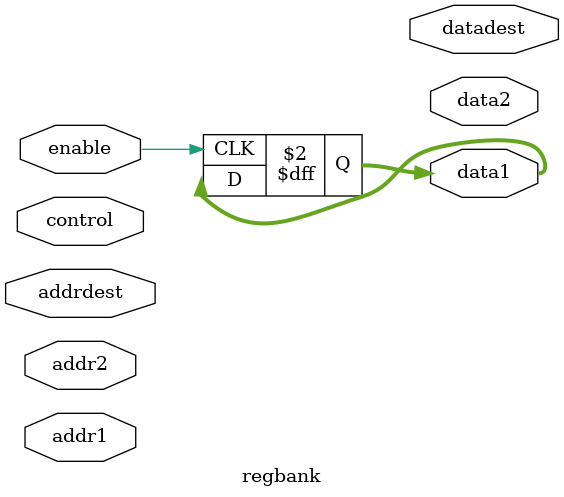
<source format=v>
/*this module will realise the 8 Registers the processor provides.
Tofu tries not to create a bus system. The Idea is to hardwire everything, this will prevent floating wires.
*/
module regbank (addr1, addr2, addrdest, data1, data2, datadest, control, enable);
input wire [2:0] addr1, addr2, addrdest;
output wire [7:0] data1, data2, datadest;
input wire [2:0] control;
input wire enable;
reg [7:0] r0,r1,r2,r3,r4,r5,r6,r7;

always @ (posedge enable) begin
	
	if (controll[0]) begin
		case(addr1)
			0 : data1 = r0;
			default : data1 = r3;
		endcase
	end
end

endmodule


</source>
